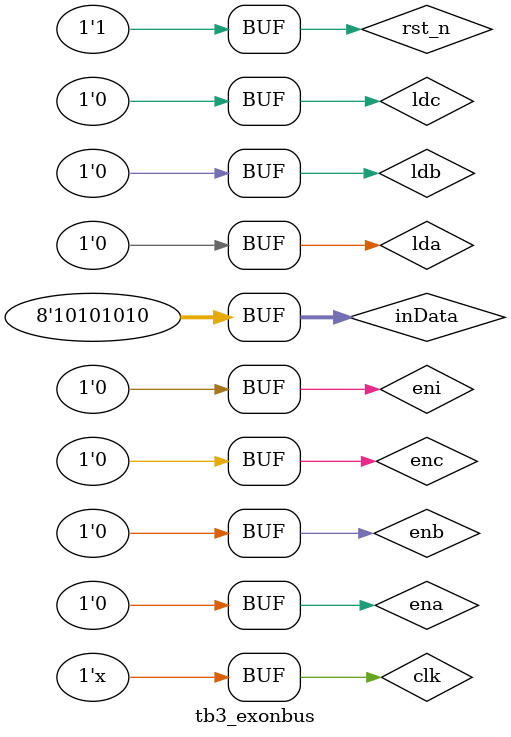
<source format=v>
`timescale 1ns / 1ps

module tb3_exonbus;

	// Inputs
	reg rst_n;
	reg clk;
	reg ena;
	reg enb;
	reg enc;
	reg eni;
	reg lda;
	reg ldb;
	reg ldc;
	reg [7:0] inData;

	// Outputs
	wire [7:0] rega;
	wire [7:0] regb;
	wire [7:0] regc;
	wire [7:0] zbus;

	// Instantiate the Unit Under Test (UUT)
	exonbus uut (
		.rst_n(rst_n), 
		.clk(clk), 
		.ena(ena), 
		.enb(enb), 
		.enc(enc), 
		.eni(eni), 
		.lda(lda), 
		.ldb(ldb), 
		.ldc(ldc), 
		.inData(inData), 
		.rega(rega), 
		.regb(regb), 
		.regc(regc), 
		.zbus(zbus)
	);
	
	always #5 clk=~clk;

	initial begin
		// Initialize Inputs
		rst_n = 0;
		clk = 0;
		ena = 0;
		enb = 0;
		enc = 0;
		eni = 0;
		lda = 0;
		ldb = 0;
		ldc = 0;
		inData = 0;

		// Wait 100 ns for global reset to finish
		#100;
        
		// Add stimulus here
		rst_n=1;
		
		// 입력 → A 저장 //
		#10 inData =  8'b10101010;    
		#10 eni = 1;
		#10 lda = 1;
		#10 lda = 0; eni = 0;

		// A → B, C 동시에 이동 //
		#10 ena = 1;                 // regA → bus
		#10 ldb = 1; ldc = 1;        // bus → regB, regC 동시에 로드
		#10 ena = 0; ldb = 0; ldc = 0;

	end
      
endmodule


</source>
